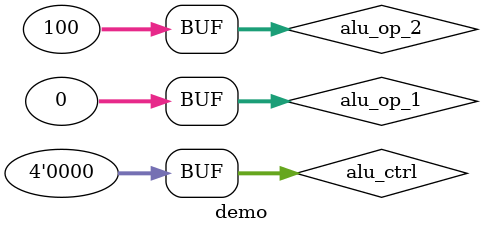
<source format=v>
`timescale 1ns / 1ps


module demo(

    );
    /*
    reg [31:0] pc_next;
    reg rst;
    reg clk;
    wire [31:0] pc_cur;
    PC t_pc(
        pc_next,
        rst,
        clk,
        pc_cur
    );

    always @ (*) pc_next = pc_cur + 32'h4;
    initial begin
        rst = 1;
        clk = 0;
        #20 rst = 0;
    end
    
    always #5 clk <= ~clk;
    */
    /*
    reg clk; 
    wire[31 : 0] rd0;
    wire[31 : 0] rd1;
    wire [31:0] inst;
    assign inst = 32'h003200b3;
    initial begin
        clk = 0;
    end
    RF rf(
        .ra0(inst[19:15]),
        .ra1(inst[24:20]),
        .rd0(rd0),
        .rd1(rd1),
        .clk(clk)
    );
    always #5 clk <= ~clk;*/
    reg [31:0] alu_op_1, alu_op_2;
    wire [31:0] alu_res;
    reg [3:0] alu_ctrl;
    initial begin
        alu_op_1 = 32'b0;
        alu_op_2 = 32'h64;
        alu_ctrl = 4'b0000;
    end
    ALU t_alu(
        alu_op_1,
        alu_op_2,
        alu_ctrl,
        alu_res
    );
endmodule

</source>
